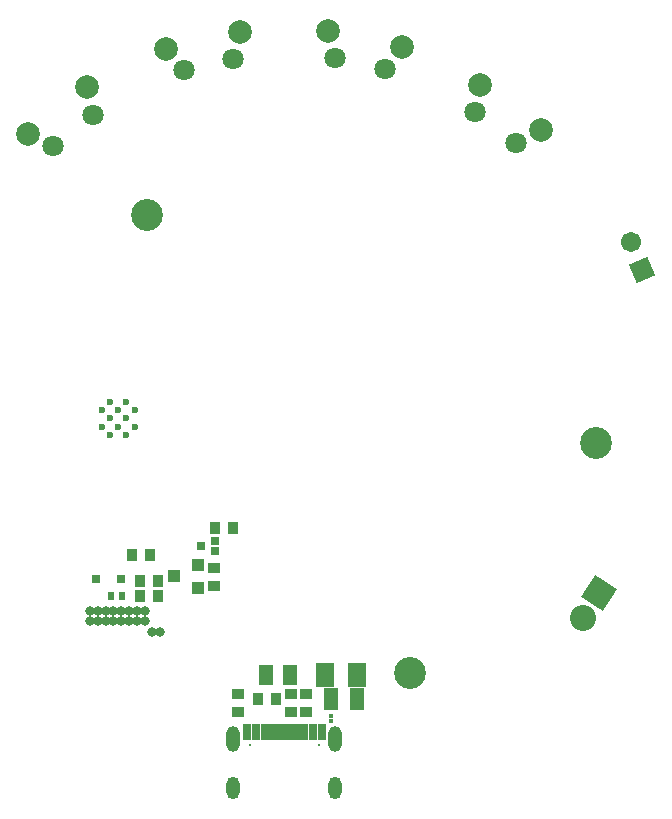
<source format=gbs>
G04*
G04 #@! TF.GenerationSoftware,Altium Limited,Altium Designer,22.1.2 (22)*
G04*
G04 Layer_Color=16711935*
%FSLAX25Y25*%
%MOIN*%
G70*
G04*
G04 #@! TF.SameCoordinates,673B4CCC-D109-4FC9-AC55-69538E973762*
G04*
G04*
G04 #@! TF.FilePolarity,Negative*
G04*
G01*
G75*
%ADD66R,0.04300X0.03800*%
%ADD67R,0.03800X0.04300*%
%ADD69R,0.04422X0.04028*%
%ADD77R,0.03972X0.03472*%
%ADD84R,0.02272X0.02972*%
%ADD88R,0.04551X0.06551*%
%ADD113C,0.07099*%
%ADD114C,0.07887*%
%ADD115C,0.02362*%
%ADD116O,0.04343X0.08674*%
%ADD117O,0.04343X0.07493*%
%ADD118C,0.10630*%
%ADD119P,0.12267X4X282.0*%
%ADD120C,0.08674*%
%ADD121C,0.00800*%
%ADD122C,0.06706*%
%ADD123P,0.09483X4X158.0*%
%ADD124C,0.03162*%
%ADD287R,0.01378X0.01221*%
%ADD288R,0.03162X0.05524*%
%ADD289R,0.04737X0.07493*%
%ADD290R,0.06312X0.07965*%
%ADD291R,0.02572X0.02769*%
%ADD292R,0.03162X0.03162*%
%ADD293R,0.01981X0.05524*%
D66*
X111028Y-173132D02*
D03*
X111028Y-179132D02*
D03*
X85381Y-130811D02*
D03*
Y-136811D02*
D03*
D67*
X100010Y-174780D02*
D03*
X85700Y-117500D02*
D03*
X91700D02*
D03*
X64207Y-126504D02*
D03*
X58207D02*
D03*
X66868Y-135284D02*
D03*
X60868D02*
D03*
Y-140258D02*
D03*
X66868D02*
D03*
X106010Y-174780D02*
D03*
D69*
X72184Y-133804D02*
D03*
X80058Y-130064D02*
D03*
Y-137544D02*
D03*
D77*
X93428Y-173132D02*
D03*
X115928Y-173132D02*
D03*
Y-179132D02*
D03*
X93428Y-179132D02*
D03*
D84*
X54730Y-140258D02*
D03*
X51030D02*
D03*
D88*
X102700Y-166600D02*
D03*
X110700D02*
D03*
D113*
X45015Y20154D02*
D03*
X31675Y9731D02*
D03*
X75282Y34968D02*
D03*
X91777Y38776D02*
D03*
X142220Y35397D02*
D03*
X125661Y38916D02*
D03*
X185958Y10797D02*
D03*
X172455Y21009D02*
D03*
D114*
X43183Y29214D02*
D03*
X23327Y13701D02*
D03*
X93946Y47762D02*
D03*
X69395Y42094D02*
D03*
X123336Y47863D02*
D03*
X147983Y42624D02*
D03*
X174145Y30097D02*
D03*
X194242Y14898D02*
D03*
D115*
X47916Y-78370D02*
D03*
X50672Y-75614D02*
D03*
X56184Y-75614D02*
D03*
X50672Y-81126D02*
D03*
X53428Y-78370D02*
D03*
X56184Y-81126D02*
D03*
X58940Y-78370D02*
D03*
X58940Y-83882D02*
D03*
X56184Y-86638D02*
D03*
X50672Y-86638D02*
D03*
X47916Y-83882D02*
D03*
X53428Y-83882D02*
D03*
D116*
X91822Y-187936D02*
D03*
X125877Y-187936D02*
D03*
D117*
X91822Y-204393D02*
D03*
X125877Y-204393D02*
D03*
D118*
X150700Y-165900D02*
D03*
X212700Y-89200D02*
D03*
X63028Y-13419D02*
D03*
D119*
X213708Y-139277D02*
D03*
D120*
X208348Y-147532D02*
D03*
D121*
X97472Y-189905D02*
D03*
X120228Y-189905D02*
D03*
D122*
X224228Y-22305D02*
D03*
D123*
X228135Y-31510D02*
D03*
D124*
X44031Y-148729D02*
D03*
Y-145229D02*
D03*
X64816Y-152229D02*
D03*
X67416D02*
D03*
X62216Y-148729D02*
D03*
X59616D02*
D03*
Y-145229D02*
D03*
X62216D02*
D03*
X54416D02*
D03*
X57016D02*
D03*
X51816D02*
D03*
X49216Y-148729D02*
D03*
X46616Y-145229D02*
D03*
Y-148729D02*
D03*
X51816D02*
D03*
X57016D02*
D03*
X49216Y-145229D02*
D03*
X54416Y-148729D02*
D03*
D287*
X124466Y-181825D02*
D03*
Y-180250D02*
D03*
D288*
X121448Y-185692D02*
D03*
X96251Y-185692D02*
D03*
X118299Y-185692D02*
D03*
X99401Y-185692D02*
D03*
D289*
X133159Y-174705D02*
D03*
X124497Y-174705D02*
D03*
D290*
X122474Y-166605D02*
D03*
X133182Y-166605D02*
D03*
D291*
X81064Y-123624D02*
D03*
X85591Y-125198D02*
D03*
Y-122049D02*
D03*
D292*
X54461Y-134644D02*
D03*
X46194D02*
D03*
D293*
X115740Y-185692D02*
D03*
X113771Y-185692D02*
D03*
X111803Y-185692D02*
D03*
X109834Y-185692D02*
D03*
X101960Y-185692D02*
D03*
X103929D02*
D03*
X105897Y-185692D02*
D03*
X107866Y-185692D02*
D03*
M02*

</source>
